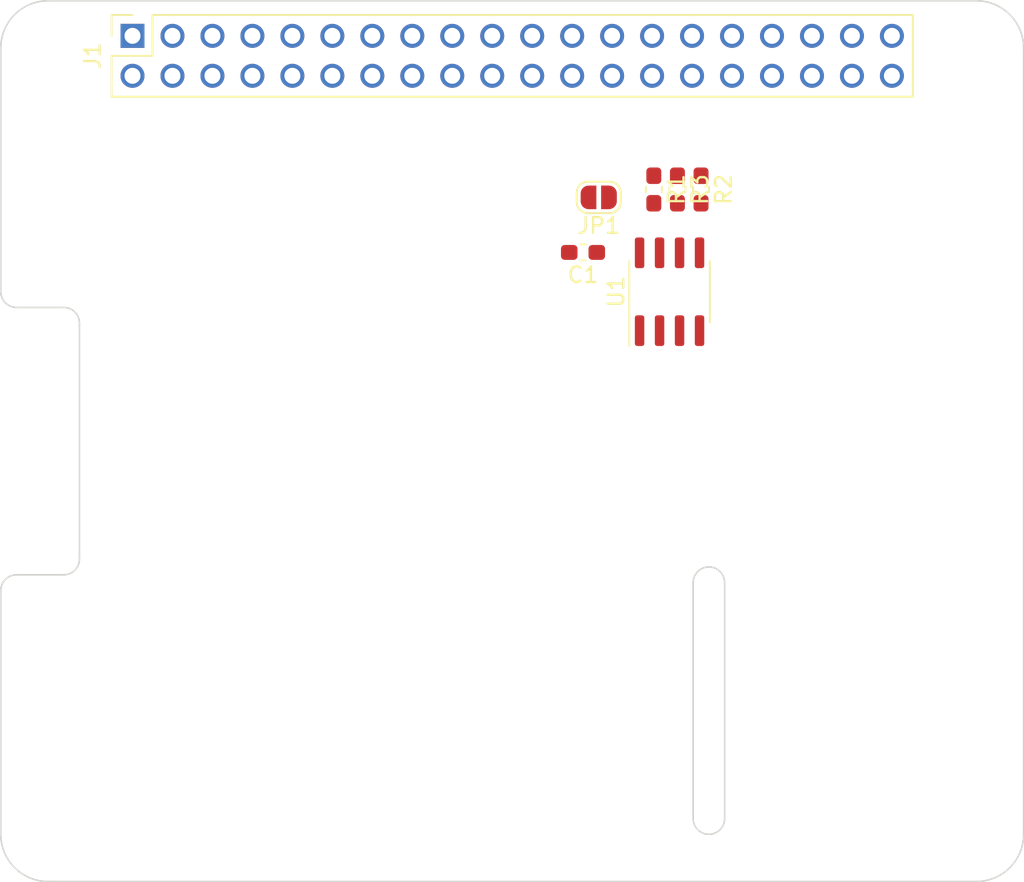
<source format=kicad_pcb>
(kicad_pcb (version 20171130) (host pcbnew 5.1.9-73d0e3b20d~88~ubuntu20.04.1)

  (general
    (thickness 1.6)
    (drawings 20)
    (tracks 0)
    (zones 0)
    (modules 11)
    (nets 7)
  )

  (page USLetter)
  (layers
    (0 F.Cu signal)
    (31 B.Cu signal)
    (32 B.Adhes user)
    (33 F.Adhes user)
    (34 B.Paste user)
    (35 F.Paste user)
    (36 B.SilkS user)
    (37 F.SilkS user)
    (38 B.Mask user)
    (39 F.Mask user)
    (40 Dwgs.User user)
    (41 Cmts.User user)
    (42 Eco1.User user)
    (43 Eco2.User user)
    (44 Edge.Cuts user)
    (45 Margin user)
    (46 B.CrtYd user)
    (47 F.CrtYd user)
    (48 B.Fab user hide)
    (49 F.Fab user hide)
  )

  (setup
    (last_trace_width 0.1524)
    (user_trace_width 0.1524)
    (user_trace_width 0.254)
    (user_trace_width 0.381)
    (user_trace_width 0.508)
    (user_trace_width 0.635)
    (user_trace_width 1.27)
    (trace_clearance 0.1524)
    (zone_clearance 0.508)
    (zone_45_only no)
    (trace_min 0.1524)
    (via_size 0.508)
    (via_drill 0.254)
    (via_min_size 0.508)
    (via_min_drill 0.254)
    (user_via 0.508 0.254)
    (user_via 0.762 0.381)
    (user_via 1.27 0.635)
    (uvia_size 0.3)
    (uvia_drill 0.1)
    (uvias_allowed no)
    (uvia_min_size 0)
    (uvia_min_drill 0)
    (edge_width 0.05)
    (segment_width 0.2)
    (pcb_text_width 0.3)
    (pcb_text_size 1.5 1.5)
    (mod_edge_width 0.12)
    (mod_text_size 1 1)
    (mod_text_width 0.15)
    (pad_size 1.524 1.524)
    (pad_drill 0.762)
    (pad_to_mask_clearance 0.051)
    (solder_mask_min_width 0.25)
    (aux_axis_origin 100 130)
    (grid_origin 100 130)
    (visible_elements 7FFFFFFF)
    (pcbplotparams
      (layerselection 0x010fc_ffffffff)
      (usegerberextensions false)
      (usegerberattributes false)
      (usegerberadvancedattributes false)
      (creategerberjobfile false)
      (excludeedgelayer true)
      (linewidth 0.100000)
      (plotframeref false)
      (viasonmask false)
      (mode 1)
      (useauxorigin false)
      (hpglpennumber 1)
      (hpglpenspeed 20)
      (hpglpendiameter 15.000000)
      (psnegative false)
      (psa4output false)
      (plotreference true)
      (plotvalue true)
      (plotinvisibletext false)
      (padsonsilk false)
      (subtractmaskfromsilk false)
      (outputformat 1)
      (mirror false)
      (drillshape 1)
      (scaleselection 1)
      (outputdirectory ""))
  )

  (net 0 "")
  (net 1 +3V3)
  (net 2 GND)
  (net 3 /ID_SDA)
  (net 4 /ID_SCL)
  (net 5 +5V)
  (net 6 "Net-(JP1-Pad1)")

  (net_class Default "This is the default net class."
    (clearance 0.1524)
    (trace_width 0.1524)
    (via_dia 0.508)
    (via_drill 0.254)
    (uvia_dia 0.3)
    (uvia_drill 0.1)
    (add_net +3V3)
    (add_net +5V)
    (add_net /ID_SCL)
    (add_net /ID_SDA)
    (add_net GND)
    (add_net "Net-(J1-Pad10)")
    (add_net "Net-(J1-Pad11)")
    (add_net "Net-(J1-Pad12)")
    (add_net "Net-(J1-Pad13)")
    (add_net "Net-(J1-Pad15)")
    (add_net "Net-(J1-Pad16)")
    (add_net "Net-(J1-Pad18)")
    (add_net "Net-(J1-Pad19)")
    (add_net "Net-(J1-Pad21)")
    (add_net "Net-(J1-Pad22)")
    (add_net "Net-(J1-Pad23)")
    (add_net "Net-(J1-Pad24)")
    (add_net "Net-(J1-Pad26)")
    (add_net "Net-(J1-Pad29)")
    (add_net "Net-(J1-Pad3)")
    (add_net "Net-(J1-Pad31)")
    (add_net "Net-(J1-Pad32)")
    (add_net "Net-(J1-Pad33)")
    (add_net "Net-(J1-Pad35)")
    (add_net "Net-(J1-Pad36)")
    (add_net "Net-(J1-Pad37)")
    (add_net "Net-(J1-Pad38)")
    (add_net "Net-(J1-Pad40)")
    (add_net "Net-(J1-Pad5)")
    (add_net "Net-(J1-Pad7)")
    (add_net "Net-(J1-Pad8)")
    (add_net "Net-(JP1-Pad1)")
  )

  (module ENYA_Header_100mils:PPTC202LFBN-RC locked (layer F.Cu) (tedit 60284918) (tstamp 6028AC34)
    (at 132.5 77.5 90)
    (descr "Sullins PPTC 2x20 Female Header 0.100 Pitch 0.335 Insulation 0.126 Post")
    (path /602DC295)
    (fp_text reference J1 (at 0 -26.67 90) (layer F.SilkS)
      (effects (font (size 1 1) (thickness 0.15)))
    )
    (fp_text value CONN_2x20_FEM_100PITCH_335INS_126POST (at 0 26.67 90) (layer F.Fab)
      (effects (font (size 1 1) (thickness 0.15)))
    )
    (fp_text user %R (at 0 0) (layer F.Fab)
      (effects (font (size 1 1) (thickness 0.15)))
    )
    (fp_line (start 3.08 -25.93) (end -3.07 -25.93) (layer F.CrtYd) (width 0.05))
    (fp_line (start -3.07 25.92) (end 3.08 25.92) (layer F.CrtYd) (width 0.05))
    (fp_line (start 2.54 25.4) (end -2.54 25.4) (layer F.Fab) (width 0.1))
    (fp_line (start -2.6 -25.46) (end 0 -25.46) (layer F.SilkS) (width 0.12))
    (fp_line (start 1.27 -25.46) (end 2.6 -25.46) (layer F.SilkS) (width 0.12))
    (fp_line (start -2.6 -25.46) (end -2.6 25.46) (layer F.SilkS) (width 0.12))
    (fp_line (start -2.6 25.46) (end 2.6 25.46) (layer F.SilkS) (width 0.12))
    (fp_line (start 2.6 -25.46) (end 2.6 -24.13) (layer F.SilkS) (width 0.12))
    (fp_line (start 3.08 25.92) (end 3.08 -25.93) (layer F.CrtYd) (width 0.05))
    (fp_line (start 2.54 -24.13) (end 2.54 25.4) (layer F.Fab) (width 0.1))
    (fp_line (start -2.54 25.4) (end -2.54 -25.4) (layer F.Fab) (width 0.1))
    (fp_line (start -3.07 -25.93) (end -3.07 25.92) (layer F.CrtYd) (width 0.05))
    (fp_line (start 0 -22.86) (end 2.6 -22.86) (layer F.SilkS) (width 0.12))
    (fp_line (start 2.6 -22.86) (end 2.6 25.46) (layer F.SilkS) (width 0.12))
    (fp_line (start 0 -22.86) (end 0 -25.46) (layer F.SilkS) (width 0.12))
    (fp_line (start 2.54 -24.13) (end 1.27 -25.4) (layer F.Fab) (width 0.1))
    (fp_line (start -2.54 -25.4) (end 1.27 -25.4) (layer F.Fab) (width 0.1))
    (pad 31 thru_hole oval (at 1.27 13.97 90) (size 1.524 1.524) (drill 1.016) (layers *.Cu *.Mask))
    (pad 14 thru_hole oval (at -1.27 -8.89 90) (size 1.524 1.524) (drill 1.016) (layers *.Cu *.Mask)
      (net 2 GND))
    (pad 27 thru_hole oval (at 1.27 8.89 90) (size 1.524 1.524) (drill 1.016) (layers *.Cu *.Mask)
      (net 3 /ID_SDA))
    (pad 20 thru_hole oval (at -1.27 -1.27 90) (size 1.524 1.524) (drill 1.016) (layers *.Cu *.Mask)
      (net 2 GND))
    (pad 40 thru_hole oval (at -1.27 24.13 90) (size 1.524 1.524) (drill 1.016) (layers *.Cu *.Mask))
    (pad 11 thru_hole oval (at 1.27 -11.43 90) (size 1.524 1.524) (drill 1.016) (layers *.Cu *.Mask))
    (pad 18 thru_hole oval (at -1.27 -3.81 90) (size 1.524 1.524) (drill 1.016) (layers *.Cu *.Mask))
    (pad 35 thru_hole oval (at 1.27 19.05 90) (size 1.524 1.524) (drill 1.016) (layers *.Cu *.Mask))
    (pad 21 thru_hole oval (at 1.27 1.27 90) (size 1.524 1.524) (drill 1.016) (layers *.Cu *.Mask))
    (pad 22 thru_hole oval (at -1.27 1.27 90) (size 1.524 1.524) (drill 1.016) (layers *.Cu *.Mask))
    (pad 30 thru_hole oval (at -1.27 11.43 90) (size 1.524 1.524) (drill 1.016) (layers *.Cu *.Mask)
      (net 2 GND))
    (pad 10 thru_hole oval (at -1.27 -13.97 90) (size 1.524 1.524) (drill 1.016) (layers *.Cu *.Mask))
    (pad 38 thru_hole oval (at -1.27 21.59 90) (size 1.524 1.524) (drill 1.016) (layers *.Cu *.Mask))
    (pad 13 thru_hole oval (at 1.27 -8.89 90) (size 1.524 1.524) (drill 1.016) (layers *.Cu *.Mask))
    (pad 29 thru_hole oval (at 1.27 11.43 90) (size 1.524 1.524) (drill 1.016) (layers *.Cu *.Mask))
    (pad 17 thru_hole oval (at 1.27 -3.81 90) (size 1.524 1.524) (drill 1.016) (layers *.Cu *.Mask)
      (net 1 +3V3))
    (pad 32 thru_hole oval (at -1.27 13.97 90) (size 1.524 1.524) (drill 1.016) (layers *.Cu *.Mask))
    (pad 23 thru_hole oval (at 1.27 3.81 90) (size 1.524 1.524) (drill 1.016) (layers *.Cu *.Mask))
    (pad 33 thru_hole oval (at 1.27 16.51 90) (size 1.524 1.524) (drill 1.016) (layers *.Cu *.Mask))
    (pad 12 thru_hole oval (at -1.27 -11.43 90) (size 1.524 1.524) (drill 1.016) (layers *.Cu *.Mask))
    (pad 25 thru_hole oval (at 1.27 6.35 90) (size 1.524 1.524) (drill 1.016) (layers *.Cu *.Mask)
      (net 2 GND))
    (pad 28 thru_hole oval (at -1.27 8.89 90) (size 1.524 1.524) (drill 1.016) (layers *.Cu *.Mask)
      (net 4 /ID_SCL))
    (pad 15 thru_hole oval (at 1.27 -6.35 90) (size 1.524 1.524) (drill 1.016) (layers *.Cu *.Mask))
    (pad 9 thru_hole oval (at 1.27 -13.97 90) (size 1.524 1.524) (drill 1.016) (layers *.Cu *.Mask)
      (net 2 GND))
    (pad 34 thru_hole oval (at -1.27 16.51 90) (size 1.524 1.524) (drill 1.016) (layers *.Cu *.Mask)
      (net 2 GND))
    (pad 16 thru_hole oval (at -1.27 -6.35 90) (size 1.524 1.524) (drill 1.016) (layers *.Cu *.Mask))
    (pad 36 thru_hole oval (at -1.27 19.05 90) (size 1.524 1.524) (drill 1.016) (layers *.Cu *.Mask))
    (pad 19 thru_hole oval (at 1.27 -1.27 90) (size 1.524 1.524) (drill 1.016) (layers *.Cu *.Mask))
    (pad 39 thru_hole oval (at 1.27 24.13 90) (size 1.524 1.524) (drill 1.016) (layers *.Cu *.Mask)
      (net 2 GND))
    (pad 37 thru_hole oval (at 1.27 21.59 90) (size 1.524 1.524) (drill 1.016) (layers *.Cu *.Mask))
    (pad 24 thru_hole oval (at -1.27 3.81 90) (size 1.524 1.524) (drill 1.016) (layers *.Cu *.Mask))
    (pad 26 thru_hole oval (at -1.27 6.35 90) (size 1.524 1.524) (drill 1.016) (layers *.Cu *.Mask))
    (pad 1 thru_hole rect (at 1.27 -24.13 90) (size 1.525 1.524) (drill 1.016) (layers *.Cu *.Mask)
      (net 1 +3V3))
    (pad 3 thru_hole oval (at 1.27 -21.59 90) (size 1.524 1.524) (drill 1.016) (layers *.Cu *.Mask))
    (pad 8 thru_hole oval (at -1.27 -16.51 90) (size 1.524 1.524) (drill 1.016) (layers *.Cu *.Mask))
    (pad 7 thru_hole oval (at 1.27 -16.51 90) (size 1.524 1.524) (drill 1.016) (layers *.Cu *.Mask))
    (pad 6 thru_hole oval (at -1.27 -19.05 90) (size 1.524 1.524) (drill 1.016) (layers *.Cu *.Mask)
      (net 2 GND))
    (pad 5 thru_hole oval (at 1.27 -19.05 90) (size 1.524 1.524) (drill 1.016) (layers *.Cu *.Mask))
    (pad 4 thru_hole oval (at -1.27 -21.59 90) (size 1.524 1.524) (drill 1.016) (layers *.Cu *.Mask)
      (net 5 +5V))
    (pad 2 thru_hole oval (at -1.27 -24.13 90) (size 1.524 1.524) (drill 1.016) (layers *.Cu *.Mask)
      (net 5 +5V))
    (model ${ENYA_3D_MODELS}/ENYA_Header_100mils.3dshapes/PPTC202LFBN-RC.STEP
      (at (xyz 0 0 0))
      (scale (xyz 1 1 1))
      (rotate (xyz 0 0 0))
    )
  )

  (module Capacitor_SMD:C_0603_1608Metric_Pad1.05x0.95mm_HandSolder (layer F.Cu) (tedit 5B301BBE) (tstamp 5E64C47E)
    (at 137 90 180)
    (descr "Capacitor SMD 0603 (1608 Metric), square (rectangular) end terminal, IPC_7351 nominal with elongated pad for handsoldering. (Body size source: http://www.tortai-tech.com/upload/download/2011102023233369053.pdf), generated with kicad-footprint-generator")
    (tags "capacitor handsolder")
    (path /5EA78263)
    (attr smd)
    (fp_text reference C1 (at 0 -1.43) (layer F.SilkS)
      (effects (font (size 1 1) (thickness 0.15)))
    )
    (fp_text value 100nF_CER_0603_50V (at 0 1.43) (layer F.Fab)
      (effects (font (size 1 1) (thickness 0.15)))
    )
    (fp_line (start 1.65 0.73) (end -1.65 0.73) (layer F.CrtYd) (width 0.05))
    (fp_line (start 1.65 -0.73) (end 1.65 0.73) (layer F.CrtYd) (width 0.05))
    (fp_line (start -1.65 -0.73) (end 1.65 -0.73) (layer F.CrtYd) (width 0.05))
    (fp_line (start -1.65 0.73) (end -1.65 -0.73) (layer F.CrtYd) (width 0.05))
    (fp_line (start -0.171267 0.51) (end 0.171267 0.51) (layer F.SilkS) (width 0.12))
    (fp_line (start -0.171267 -0.51) (end 0.171267 -0.51) (layer F.SilkS) (width 0.12))
    (fp_line (start 0.8 0.4) (end -0.8 0.4) (layer F.Fab) (width 0.1))
    (fp_line (start 0.8 -0.4) (end 0.8 0.4) (layer F.Fab) (width 0.1))
    (fp_line (start -0.8 -0.4) (end 0.8 -0.4) (layer F.Fab) (width 0.1))
    (fp_line (start -0.8 0.4) (end -0.8 -0.4) (layer F.Fab) (width 0.1))
    (fp_text user %R (at 0 0) (layer F.Fab)
      (effects (font (size 0.4 0.4) (thickness 0.06)))
    )
    (pad 1 smd roundrect (at -0.875 0 180) (size 1.05 0.95) (layers F.Cu F.Paste F.Mask) (roundrect_rratio 0.25)
      (net 1 +3V3))
    (pad 2 smd roundrect (at 0.875 0 180) (size 1.05 0.95) (layers F.Cu F.Paste F.Mask) (roundrect_rratio 0.25)
      (net 2 GND))
    (model ${KISYS3DMOD}/Capacitor_SMD.3dshapes/C_0603_1608Metric.wrl
      (at (xyz 0 0 0))
      (scale (xyz 1 1 1))
      (rotate (xyz 0 0 0))
    )
  )

  (module Jumper:SolderJumper-2_P1.3mm_Open_RoundedPad1.0x1.5mm (layer F.Cu) (tedit 5B391E66) (tstamp 5E64C4CE)
    (at 138 86.5 180)
    (descr "SMD Solder Jumper, 1x1.5mm, rounded Pads, 0.3mm gap, open")
    (tags "solder jumper open")
    (path /5EA7BE7F)
    (attr virtual)
    (fp_text reference JP1 (at 0 -1.8) (layer F.SilkS)
      (effects (font (size 1 1) (thickness 0.15)))
    )
    (fp_text value Solder_Jumper_1.3MM (at 0 1.9) (layer F.Fab)
      (effects (font (size 1 1) (thickness 0.15)))
    )
    (fp_line (start 1.65 1.25) (end -1.65 1.25) (layer F.CrtYd) (width 0.05))
    (fp_line (start 1.65 1.25) (end 1.65 -1.25) (layer F.CrtYd) (width 0.05))
    (fp_line (start -1.65 -1.25) (end -1.65 1.25) (layer F.CrtYd) (width 0.05))
    (fp_line (start -1.65 -1.25) (end 1.65 -1.25) (layer F.CrtYd) (width 0.05))
    (fp_line (start -0.7 -1) (end 0.7 -1) (layer F.SilkS) (width 0.12))
    (fp_line (start 1.4 -0.3) (end 1.4 0.3) (layer F.SilkS) (width 0.12))
    (fp_line (start 0.7 1) (end -0.7 1) (layer F.SilkS) (width 0.12))
    (fp_line (start -1.4 0.3) (end -1.4 -0.3) (layer F.SilkS) (width 0.12))
    (fp_arc (start 0.7 -0.3) (end 1.4 -0.3) (angle -90) (layer F.SilkS) (width 0.12))
    (fp_arc (start 0.7 0.3) (end 0.7 1) (angle -90) (layer F.SilkS) (width 0.12))
    (fp_arc (start -0.7 0.3) (end -1.4 0.3) (angle -90) (layer F.SilkS) (width 0.12))
    (fp_arc (start -0.7 -0.3) (end -0.7 -1) (angle -90) (layer F.SilkS) (width 0.12))
    (pad 1 smd custom (at -0.65 0 180) (size 1 0.5) (layers F.Cu F.Mask)
      (net 6 "Net-(JP1-Pad1)") (zone_connect 2)
      (options (clearance outline) (anchor rect))
      (primitives
        (gr_circle (center 0 0.25) (end 0.5 0.25) (width 0))
        (gr_circle (center 0 -0.25) (end 0.5 -0.25) (width 0))
        (gr_poly (pts
           (xy 0 -0.75) (xy 0.5 -0.75) (xy 0.5 0.75) (xy 0 0.75)) (width 0))
      ))
    (pad 2 smd custom (at 0.65 0 180) (size 1 0.5) (layers F.Cu F.Mask)
      (net 2 GND) (zone_connect 2)
      (options (clearance outline) (anchor rect))
      (primitives
        (gr_circle (center 0 0.25) (end 0.5 0.25) (width 0))
        (gr_circle (center 0 -0.25) (end 0.5 -0.25) (width 0))
        (gr_poly (pts
           (xy 0 -0.75) (xy -0.5 -0.75) (xy -0.5 0.75) (xy 0 0.75)) (width 0))
      ))
  )

  (module MountingHole:MountingHole_2.7mm_M2.5_DIN965 (layer F.Cu) (tedit 56D1B4CB) (tstamp 5E64D1F2)
    (at 103.5 126.5)
    (descr "Mounting Hole 2.7mm, no annular, M2.5, DIN965")
    (tags "mounting hole 2.7mm no annular m2.5 din965")
    (path /5EA7C98C)
    (attr virtual)
    (fp_text reference MH1 (at 0 -3.35) (layer F.SilkS) hide
      (effects (font (size 1 1) (thickness 0.15)))
    )
    (fp_text value MH-NPLTD-M2.5 (at 0 3.35) (layer F.Fab) hide
      (effects (font (size 1 1) (thickness 0.15)))
    )
    (fp_circle (center 0 0) (end 2.6 0) (layer F.CrtYd) (width 0.05))
    (fp_circle (center 0 0) (end 2.35 0) (layer Cmts.User) (width 0.15))
    (fp_text user %R (at 0.3 0) (layer F.Fab) hide
      (effects (font (size 1 1) (thickness 0.15)))
    )
    (pad 1 np_thru_hole circle (at 0 0) (size 2.7 2.7) (drill 2.7) (layers *.Cu *.Mask))
  )

  (module MountingHole:MountingHole_2.7mm_M2.5_DIN965 (layer F.Cu) (tedit 56D1B4CB) (tstamp 5E64C4DE)
    (at 103.5 77.5)
    (descr "Mounting Hole 2.7mm, no annular, M2.5, DIN965")
    (tags "mounting hole 2.7mm no annular m2.5 din965")
    (path /5EA7D27D)
    (attr virtual)
    (fp_text reference MH2 (at 0 -3.35) (layer F.SilkS) hide
      (effects (font (size 1 1) (thickness 0.15)))
    )
    (fp_text value MH-NPLTD-M2.5 (at 0 3.35) (layer F.Fab) hide
      (effects (font (size 1 1) (thickness 0.15)))
    )
    (fp_circle (center 0 0) (end 2.6 0) (layer F.CrtYd) (width 0.05))
    (fp_circle (center 0 0) (end 2.35 0) (layer Cmts.User) (width 0.15))
    (fp_text user %R (at 0.3 0) (layer F.Fab) hide
      (effects (font (size 1 1) (thickness 0.15)))
    )
    (pad 1 np_thru_hole circle (at 0 0) (size 2.7 2.7) (drill 2.7) (layers *.Cu *.Mask))
  )

  (module MountingHole:MountingHole_2.7mm_M2.5_DIN965 (layer F.Cu) (tedit 56D1B4CB) (tstamp 5E64D26B)
    (at 161.5 126.5)
    (descr "Mounting Hole 2.7mm, no annular, M2.5, DIN965")
    (tags "mounting hole 2.7mm no annular m2.5 din965")
    (path /5EA7D201)
    (attr virtual)
    (fp_text reference MH3 (at 0 -3.35) (layer F.SilkS) hide
      (effects (font (size 1 1) (thickness 0.15)))
    )
    (fp_text value MH-NPLTD-M2.5 (at 0 3.35) (layer F.Fab) hide
      (effects (font (size 1 1) (thickness 0.15)))
    )
    (fp_circle (center 0 0) (end 2.35 0) (layer Cmts.User) (width 0.15))
    (fp_circle (center 0 0) (end 2.6 0) (layer F.CrtYd) (width 0.05))
    (fp_text user %R (at 0.3 0) (layer F.Fab) hide
      (effects (font (size 1 1) (thickness 0.15)))
    )
    (pad 1 np_thru_hole circle (at 0 0) (size 2.7 2.7) (drill 2.7) (layers *.Cu *.Mask))
  )

  (module MountingHole:MountingHole_2.7mm_M2.5_DIN965 (layer F.Cu) (tedit 56D1B4CB) (tstamp 5E64C4EE)
    (at 161.5 77.5)
    (descr "Mounting Hole 2.7mm, no annular, M2.5, DIN965")
    (tags "mounting hole 2.7mm no annular m2.5 din965")
    (path /5EA7D23F)
    (attr virtual)
    (fp_text reference MH4 (at 0 -3.35) (layer F.SilkS) hide
      (effects (font (size 1 1) (thickness 0.15)))
    )
    (fp_text value MH-NPLTD-M2.5 (at 0 3.35) (layer F.Fab) hide
      (effects (font (size 1 1) (thickness 0.15)))
    )
    (fp_circle (center 0 0) (end 2.35 0) (layer Cmts.User) (width 0.15))
    (fp_circle (center 0 0) (end 2.6 0) (layer F.CrtYd) (width 0.05))
    (fp_text user %R (at 0.3 0) (layer F.Fab) hide
      (effects (font (size 1 1) (thickness 0.15)))
    )
    (pad 1 np_thru_hole circle (at 0 0) (size 2.7 2.7) (drill 2.7) (layers *.Cu *.Mask))
  )

  (module Resistor_SMD:R_0603_1608Metric_Pad1.05x0.95mm_HandSolder (layer F.Cu) (tedit 5B301BBD) (tstamp 5E64C4FF)
    (at 141.5 86 270)
    (descr "Resistor SMD 0603 (1608 Metric), square (rectangular) end terminal, IPC_7351 nominal with elongated pad for handsoldering. (Body size source: http://www.tortai-tech.com/upload/download/2011102023233369053.pdf), generated with kicad-footprint-generator")
    (tags "resistor handsolder")
    (path /5EA79D95)
    (attr smd)
    (fp_text reference R1 (at 0 -1.43 90) (layer F.SilkS)
      (effects (font (size 1 1) (thickness 0.15)))
    )
    (fp_text value 1K_0603_100MW (at 0 1.43 90) (layer F.Fab)
      (effects (font (size 1 1) (thickness 0.15)))
    )
    (fp_line (start 1.65 0.73) (end -1.65 0.73) (layer F.CrtYd) (width 0.05))
    (fp_line (start 1.65 -0.73) (end 1.65 0.73) (layer F.CrtYd) (width 0.05))
    (fp_line (start -1.65 -0.73) (end 1.65 -0.73) (layer F.CrtYd) (width 0.05))
    (fp_line (start -1.65 0.73) (end -1.65 -0.73) (layer F.CrtYd) (width 0.05))
    (fp_line (start -0.171267 0.51) (end 0.171267 0.51) (layer F.SilkS) (width 0.12))
    (fp_line (start -0.171267 -0.51) (end 0.171267 -0.51) (layer F.SilkS) (width 0.12))
    (fp_line (start 0.8 0.4) (end -0.8 0.4) (layer F.Fab) (width 0.1))
    (fp_line (start 0.8 -0.4) (end 0.8 0.4) (layer F.Fab) (width 0.1))
    (fp_line (start -0.8 -0.4) (end 0.8 -0.4) (layer F.Fab) (width 0.1))
    (fp_line (start -0.8 0.4) (end -0.8 -0.4) (layer F.Fab) (width 0.1))
    (fp_text user %R (at 0 0 90) (layer F.Fab)
      (effects (font (size 0.4 0.4) (thickness 0.06)))
    )
    (pad 1 smd roundrect (at -0.875 0 270) (size 1.05 0.95) (layers F.Cu F.Paste F.Mask) (roundrect_rratio 0.25)
      (net 1 +3V3))
    (pad 2 smd roundrect (at 0.875 0 270) (size 1.05 0.95) (layers F.Cu F.Paste F.Mask) (roundrect_rratio 0.25)
      (net 6 "Net-(JP1-Pad1)"))
    (model ${KISYS3DMOD}/Resistor_SMD.3dshapes/R_0603_1608Metric.wrl
      (at (xyz 0 0 0))
      (scale (xyz 1 1 1))
      (rotate (xyz 0 0 0))
    )
  )

  (module Resistor_SMD:R_0603_1608Metric_Pad1.05x0.95mm_HandSolder (layer F.Cu) (tedit 5B301BBD) (tstamp 5E64C510)
    (at 144.5 86 270)
    (descr "Resistor SMD 0603 (1608 Metric), square (rectangular) end terminal, IPC_7351 nominal with elongated pad for handsoldering. (Body size source: http://www.tortai-tech.com/upload/download/2011102023233369053.pdf), generated with kicad-footprint-generator")
    (tags "resistor handsolder")
    (path /5EA7A907)
    (attr smd)
    (fp_text reference R2 (at 0 -1.43 90) (layer F.SilkS)
      (effects (font (size 1 1) (thickness 0.15)))
    )
    (fp_text value 3K9_0603_100MW (at 0 1.43 90) (layer F.Fab)
      (effects (font (size 1 1) (thickness 0.15)))
    )
    (fp_line (start -0.8 0.4) (end -0.8 -0.4) (layer F.Fab) (width 0.1))
    (fp_line (start -0.8 -0.4) (end 0.8 -0.4) (layer F.Fab) (width 0.1))
    (fp_line (start 0.8 -0.4) (end 0.8 0.4) (layer F.Fab) (width 0.1))
    (fp_line (start 0.8 0.4) (end -0.8 0.4) (layer F.Fab) (width 0.1))
    (fp_line (start -0.171267 -0.51) (end 0.171267 -0.51) (layer F.SilkS) (width 0.12))
    (fp_line (start -0.171267 0.51) (end 0.171267 0.51) (layer F.SilkS) (width 0.12))
    (fp_line (start -1.65 0.73) (end -1.65 -0.73) (layer F.CrtYd) (width 0.05))
    (fp_line (start -1.65 -0.73) (end 1.65 -0.73) (layer F.CrtYd) (width 0.05))
    (fp_line (start 1.65 -0.73) (end 1.65 0.73) (layer F.CrtYd) (width 0.05))
    (fp_line (start 1.65 0.73) (end -1.65 0.73) (layer F.CrtYd) (width 0.05))
    (fp_text user %R (at 0 0 90) (layer F.Fab)
      (effects (font (size 0.4 0.4) (thickness 0.06)))
    )
    (pad 2 smd roundrect (at 0.875 0 270) (size 1.05 0.95) (layers F.Cu F.Paste F.Mask) (roundrect_rratio 0.25)
      (net 3 /ID_SDA))
    (pad 1 smd roundrect (at -0.875 0 270) (size 1.05 0.95) (layers F.Cu F.Paste F.Mask) (roundrect_rratio 0.25)
      (net 1 +3V3))
    (model ${KISYS3DMOD}/Resistor_SMD.3dshapes/R_0603_1608Metric.wrl
      (at (xyz 0 0 0))
      (scale (xyz 1 1 1))
      (rotate (xyz 0 0 0))
    )
  )

  (module Resistor_SMD:R_0603_1608Metric_Pad1.05x0.95mm_HandSolder (layer F.Cu) (tedit 5B301BBD) (tstamp 5E64C521)
    (at 143 86 270)
    (descr "Resistor SMD 0603 (1608 Metric), square (rectangular) end terminal, IPC_7351 nominal with elongated pad for handsoldering. (Body size source: http://www.tortai-tech.com/upload/download/2011102023233369053.pdf), generated with kicad-footprint-generator")
    (tags "resistor handsolder")
    (path /5EA7AF3B)
    (attr smd)
    (fp_text reference R3 (at 0 -1.43 90) (layer F.SilkS)
      (effects (font (size 1 1) (thickness 0.15)))
    )
    (fp_text value 3K9_0603_100MW (at 0 1.43 90) (layer F.Fab)
      (effects (font (size 1 1) (thickness 0.15)))
    )
    (fp_line (start 1.65 0.73) (end -1.65 0.73) (layer F.CrtYd) (width 0.05))
    (fp_line (start 1.65 -0.73) (end 1.65 0.73) (layer F.CrtYd) (width 0.05))
    (fp_line (start -1.65 -0.73) (end 1.65 -0.73) (layer F.CrtYd) (width 0.05))
    (fp_line (start -1.65 0.73) (end -1.65 -0.73) (layer F.CrtYd) (width 0.05))
    (fp_line (start -0.171267 0.51) (end 0.171267 0.51) (layer F.SilkS) (width 0.12))
    (fp_line (start -0.171267 -0.51) (end 0.171267 -0.51) (layer F.SilkS) (width 0.12))
    (fp_line (start 0.8 0.4) (end -0.8 0.4) (layer F.Fab) (width 0.1))
    (fp_line (start 0.8 -0.4) (end 0.8 0.4) (layer F.Fab) (width 0.1))
    (fp_line (start -0.8 -0.4) (end 0.8 -0.4) (layer F.Fab) (width 0.1))
    (fp_line (start -0.8 0.4) (end -0.8 -0.4) (layer F.Fab) (width 0.1))
    (fp_text user %R (at 0 0 90) (layer F.Fab)
      (effects (font (size 0.4 0.4) (thickness 0.06)))
    )
    (pad 1 smd roundrect (at -0.875 0 270) (size 1.05 0.95) (layers F.Cu F.Paste F.Mask) (roundrect_rratio 0.25)
      (net 1 +3V3))
    (pad 2 smd roundrect (at 0.875 0 270) (size 1.05 0.95) (layers F.Cu F.Paste F.Mask) (roundrect_rratio 0.25)
      (net 4 /ID_SCL))
    (model ${KISYS3DMOD}/Resistor_SMD.3dshapes/R_0603_1608Metric.wrl
      (at (xyz 0 0 0))
      (scale (xyz 1 1 1))
      (rotate (xyz 0 0 0))
    )
  )

  (module Package_SO:SOIC-8_3.9x4.9mm_P1.27mm (layer F.Cu) (tedit 5D9F72B1) (tstamp 5E64C53B)
    (at 142.5 92.5 90)
    (descr "SOIC, 8 Pin (JEDEC MS-012AA, https://www.analog.com/media/en/package-pcb-resources/package/pkg_pdf/soic_narrow-r/r_8.pdf), generated with kicad-footprint-generator ipc_gullwing_generator.py")
    (tags "SOIC SO")
    (path /5EA7B102)
    (attr smd)
    (fp_text reference U1 (at 0 -3.4 90) (layer F.SilkS)
      (effects (font (size 1 1) (thickness 0.15)))
    )
    (fp_text value CAT24C32 (at 0 3.4 90) (layer F.Fab)
      (effects (font (size 1 1) (thickness 0.15)))
    )
    (fp_line (start 3.7 -2.7) (end -3.7 -2.7) (layer F.CrtYd) (width 0.05))
    (fp_line (start 3.7 2.7) (end 3.7 -2.7) (layer F.CrtYd) (width 0.05))
    (fp_line (start -3.7 2.7) (end 3.7 2.7) (layer F.CrtYd) (width 0.05))
    (fp_line (start -3.7 -2.7) (end -3.7 2.7) (layer F.CrtYd) (width 0.05))
    (fp_line (start -1.95 -1.475) (end -0.975 -2.45) (layer F.Fab) (width 0.1))
    (fp_line (start -1.95 2.45) (end -1.95 -1.475) (layer F.Fab) (width 0.1))
    (fp_line (start 1.95 2.45) (end -1.95 2.45) (layer F.Fab) (width 0.1))
    (fp_line (start 1.95 -2.45) (end 1.95 2.45) (layer F.Fab) (width 0.1))
    (fp_line (start -0.975 -2.45) (end 1.95 -2.45) (layer F.Fab) (width 0.1))
    (fp_line (start 0 -2.56) (end -3.45 -2.56) (layer F.SilkS) (width 0.12))
    (fp_line (start 0 -2.56) (end 1.95 -2.56) (layer F.SilkS) (width 0.12))
    (fp_line (start 0 2.56) (end -1.95 2.56) (layer F.SilkS) (width 0.12))
    (fp_line (start 0 2.56) (end 1.95 2.56) (layer F.SilkS) (width 0.12))
    (fp_text user %R (at 0 0 90) (layer F.Fab)
      (effects (font (size 0.98 0.98) (thickness 0.15)))
    )
    (pad 1 smd roundrect (at -2.475 -1.905 90) (size 1.95 0.6) (layers F.Cu F.Paste F.Mask) (roundrect_rratio 0.25)
      (net 2 GND))
    (pad 2 smd roundrect (at -2.475 -0.635 90) (size 1.95 0.6) (layers F.Cu F.Paste F.Mask) (roundrect_rratio 0.25)
      (net 2 GND))
    (pad 3 smd roundrect (at -2.475 0.635 90) (size 1.95 0.6) (layers F.Cu F.Paste F.Mask) (roundrect_rratio 0.25)
      (net 2 GND))
    (pad 4 smd roundrect (at -2.475 1.905 90) (size 1.95 0.6) (layers F.Cu F.Paste F.Mask) (roundrect_rratio 0.25)
      (net 2 GND))
    (pad 5 smd roundrect (at 2.475 1.905 90) (size 1.95 0.6) (layers F.Cu F.Paste F.Mask) (roundrect_rratio 0.25)
      (net 3 /ID_SDA))
    (pad 6 smd roundrect (at 2.475 0.635 90) (size 1.95 0.6) (layers F.Cu F.Paste F.Mask) (roundrect_rratio 0.25)
      (net 4 /ID_SCL))
    (pad 7 smd roundrect (at 2.475 -0.635 90) (size 1.95 0.6) (layers F.Cu F.Paste F.Mask) (roundrect_rratio 0.25)
      (net 6 "Net-(JP1-Pad1)"))
    (pad 8 smd roundrect (at 2.475 -1.905 90) (size 1.95 0.6) (layers F.Cu F.Paste F.Mask) (roundrect_rratio 0.25)
      (net 1 +3V3))
    (model ${KISYS3DMOD}/Package_SO.3dshapes/SOIC-8_3.9x4.9mm_P1.27mm.wrl
      (at (xyz 0 0 0))
      (scale (xyz 1 1 1))
      (rotate (xyz 0 0 0))
    )
  )

  (gr_arc (start 104 109.5) (end 104 110.5) (angle -90) (layer Edge.Cuts) (width 0.1) (tstamp 5E63A055))
  (gr_arc (start 162 127) (end 165 127) (angle 90) (layer Edge.Cuts) (width 0.1) (tstamp 5E63A058))
  (gr_arc (start 104 94.5) (end 104 93.5) (angle 90) (layer Edge.Cuts) (width 0.1) (tstamp 5E63A05E))
  (gr_arc (start 101 92.5) (end 101 93.5) (angle 90) (layer Edge.Cuts) (width 0.1) (tstamp 5E63A061))
  (gr_arc (start 145 126) (end 146 126) (angle 180) (layer Edge.Cuts) (width 0.1) (tstamp 5E63A067))
  (gr_line (start 101 93.5) (end 104 93.5) (layer Edge.Cuts) (width 0.1) (tstamp 5E63A04C))
  (gr_arc (start 103 77) (end 100 77) (angle 90) (layer Edge.Cuts) (width 0.1) (tstamp 5E63A04F))
  (gr_arc (start 162 77) (end 162 74) (angle 90) (layer Edge.Cuts) (width 0.1) (tstamp 5E63A064))
  (gr_line (start 105 94.5) (end 105 109.5) (layer Edge.Cuts) (width 0.1) (tstamp 5E63A079))
  (gr_line (start 104 110.5) (end 101 110.5) (layer Edge.Cuts) (width 0.1) (tstamp 5E63A070))
  (gr_arc (start 103 127) (end 103 130) (angle 90) (layer Edge.Cuts) (width 0.1) (tstamp 5E63A073))
  (gr_line (start 162 74) (end 103 74) (layer Edge.Cuts) (width 0.1) (tstamp 5E63A06A))
  (gr_arc (start 145 111) (end 144 111) (angle 180) (layer Edge.Cuts) (width 0.1) (tstamp 5E63A076))
  (gr_arc (start 101 111.5) (end 100 111.5) (angle 89.9) (layer Edge.Cuts) (width 0.1) (tstamp 5E64C17F))
  (gr_line (start 146 111) (end 146 126) (layer Edge.Cuts) (width 0.1) (tstamp 5E63A06D))
  (gr_line (start 100 77) (end 100 92.5) (layer Edge.Cuts) (width 0.1) (tstamp 5E63A052))
  (gr_line (start 100 111.5) (end 100 127) (layer Edge.Cuts) (width 0.1) (tstamp 5E64C179))
  (gr_line (start 165 127) (end 165 77) (layer Edge.Cuts) (width 0.1) (tstamp 5E63A043))
  (gr_line (start 103 130) (end 162 130) (layer Edge.Cuts) (width 0.1) (tstamp 5E63A046))
  (gr_line (start 144 126) (end 144 111) (layer Edge.Cuts) (width 0.1) (tstamp 5E63A049))

)

</source>
